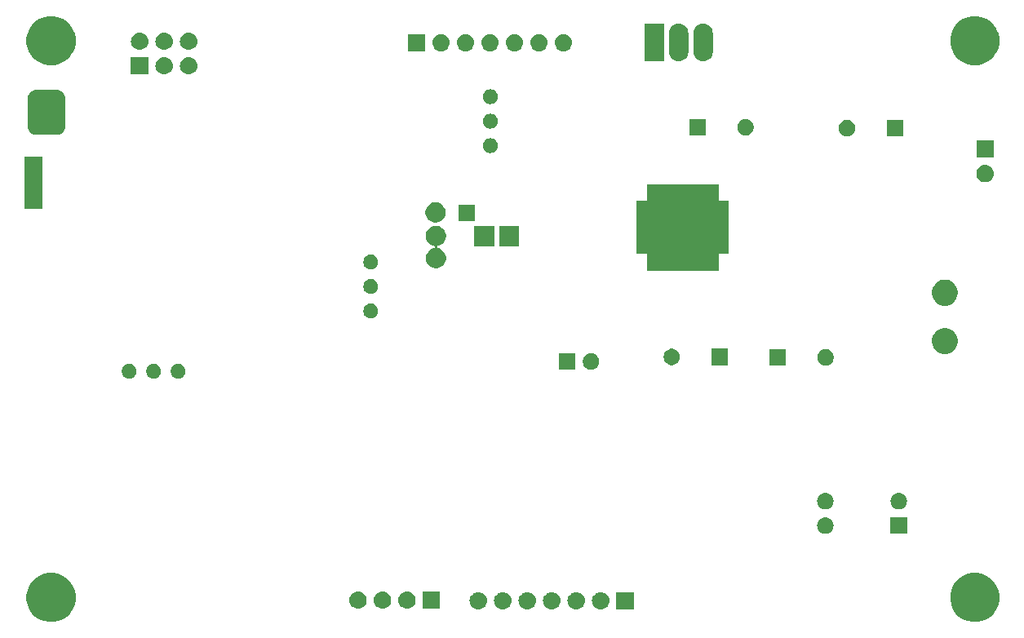
<source format=gbr>
%TF.GenerationSoftware,KiCad,Pcbnew,(5.1.4-0-10_14)*%
%TF.CreationDate,2019-11-24T21:13:54+02:00*%
%TF.ProjectId,READY,52454144-592e-46b6-9963-61645f706362,3.0*%
%TF.SameCoordinates,Original*%
%TF.FileFunction,Soldermask,Bot*%
%TF.FilePolarity,Negative*%
%FSLAX46Y46*%
G04 Gerber Fmt 4.6, Leading zero omitted, Abs format (unit mm)*
G04 Created by KiCad (PCBNEW (5.1.4-0-10_14)) date 2019-11-24 21:13:54*
%MOMM*%
%LPD*%
G04 APERTURE LIST*
%ADD10C,0.100000*%
%ADD11C,0.150000*%
G04 APERTURE END LIST*
D10*
G36*
X180111400Y-83286600D02*
G01*
X170611800Y-83261200D01*
X170599100Y-77863700D01*
X180111400Y-77825600D01*
X180111400Y-83286600D01*
G37*
X180111400Y-83286600D02*
X170611800Y-83261200D01*
X170599100Y-77863700D01*
X180111400Y-77825600D01*
X180111400Y-83286600D01*
G36*
X108864400Y-78638400D02*
G01*
X107137200Y-78638400D01*
X107137200Y-73253600D01*
X108864400Y-73253600D01*
X108864400Y-78638400D01*
G37*
X108864400Y-78638400D02*
X107137200Y-78638400D01*
X107137200Y-73253600D01*
X108864400Y-73253600D01*
X108864400Y-78638400D01*
G36*
X179082700Y-85039200D02*
G01*
X171691300Y-85039200D01*
X171691300Y-76174600D01*
X179082700Y-76174600D01*
X179082700Y-85039200D01*
G37*
X179082700Y-85039200D02*
X171691300Y-85039200D01*
X171691300Y-76174600D01*
X179082700Y-76174600D01*
X179082700Y-85039200D01*
D11*
G36*
X206451098Y-116586033D02*
G01*
X206915350Y-116778332D01*
X206915352Y-116778333D01*
X207333168Y-117057509D01*
X207688491Y-117412832D01*
X207967667Y-117830648D01*
X207967668Y-117830650D01*
X208159967Y-118294902D01*
X208258000Y-118787747D01*
X208258000Y-119290253D01*
X208159967Y-119783098D01*
X208011950Y-120140443D01*
X207967667Y-120247352D01*
X207688491Y-120665168D01*
X207333168Y-121020491D01*
X206915352Y-121299667D01*
X206915351Y-121299668D01*
X206915350Y-121299668D01*
X206451098Y-121491967D01*
X205958253Y-121590000D01*
X205455747Y-121590000D01*
X204962902Y-121491967D01*
X204498650Y-121299668D01*
X204498649Y-121299668D01*
X204498648Y-121299667D01*
X204080832Y-121020491D01*
X203725509Y-120665168D01*
X203446333Y-120247352D01*
X203402050Y-120140443D01*
X203254033Y-119783098D01*
X203156000Y-119290253D01*
X203156000Y-118787747D01*
X203254033Y-118294902D01*
X203446332Y-117830650D01*
X203446333Y-117830648D01*
X203725509Y-117412832D01*
X204080832Y-117057509D01*
X204498648Y-116778333D01*
X204498650Y-116778332D01*
X204962902Y-116586033D01*
X205455747Y-116488000D01*
X205958253Y-116488000D01*
X206451098Y-116586033D01*
X206451098Y-116586033D01*
G37*
G36*
X110599098Y-116586033D02*
G01*
X111063350Y-116778332D01*
X111063352Y-116778333D01*
X111481168Y-117057509D01*
X111836491Y-117412832D01*
X112115667Y-117830648D01*
X112115668Y-117830650D01*
X112307967Y-118294902D01*
X112406000Y-118787747D01*
X112406000Y-119290253D01*
X112307967Y-119783098D01*
X112159950Y-120140443D01*
X112115667Y-120247352D01*
X111836491Y-120665168D01*
X111481168Y-121020491D01*
X111063352Y-121299667D01*
X111063351Y-121299668D01*
X111063350Y-121299668D01*
X110599098Y-121491967D01*
X110106253Y-121590000D01*
X109603747Y-121590000D01*
X109110902Y-121491967D01*
X108646650Y-121299668D01*
X108646649Y-121299668D01*
X108646648Y-121299667D01*
X108228832Y-121020491D01*
X107873509Y-120665168D01*
X107594333Y-120247352D01*
X107550050Y-120140443D01*
X107402033Y-119783098D01*
X107304000Y-119290253D01*
X107304000Y-118787747D01*
X107402033Y-118294902D01*
X107594332Y-117830650D01*
X107594333Y-117830648D01*
X107873509Y-117412832D01*
X108228832Y-117057509D01*
X108646648Y-116778333D01*
X108646650Y-116778332D01*
X109110902Y-116586033D01*
X109603747Y-116488000D01*
X110106253Y-116488000D01*
X110599098Y-116586033D01*
X110599098Y-116586033D01*
G37*
G36*
X164448442Y-118485518D02*
G01*
X164514627Y-118492037D01*
X164684466Y-118543557D01*
X164840991Y-118627222D01*
X164876729Y-118656552D01*
X164978186Y-118739814D01*
X165028408Y-118801011D01*
X165090778Y-118877009D01*
X165174443Y-119033534D01*
X165225963Y-119203373D01*
X165243359Y-119380000D01*
X165225963Y-119556627D01*
X165174443Y-119726466D01*
X165090778Y-119882991D01*
X165061448Y-119918729D01*
X164978186Y-120020186D01*
X164876729Y-120103448D01*
X164840991Y-120132778D01*
X164684466Y-120216443D01*
X164514627Y-120267963D01*
X164448442Y-120274482D01*
X164382260Y-120281000D01*
X164293740Y-120281000D01*
X164227558Y-120274482D01*
X164161373Y-120267963D01*
X163991534Y-120216443D01*
X163835009Y-120132778D01*
X163799271Y-120103448D01*
X163697814Y-120020186D01*
X163614552Y-119918729D01*
X163585222Y-119882991D01*
X163501557Y-119726466D01*
X163450037Y-119556627D01*
X163432641Y-119380000D01*
X163450037Y-119203373D01*
X163501557Y-119033534D01*
X163585222Y-118877009D01*
X163647592Y-118801011D01*
X163697814Y-118739814D01*
X163799271Y-118656552D01*
X163835009Y-118627222D01*
X163991534Y-118543557D01*
X164161373Y-118492037D01*
X164227558Y-118485518D01*
X164293740Y-118479000D01*
X164382260Y-118479000D01*
X164448442Y-118485518D01*
X164448442Y-118485518D01*
G37*
G36*
X161908442Y-118485518D02*
G01*
X161974627Y-118492037D01*
X162144466Y-118543557D01*
X162300991Y-118627222D01*
X162336729Y-118656552D01*
X162438186Y-118739814D01*
X162488408Y-118801011D01*
X162550778Y-118877009D01*
X162634443Y-119033534D01*
X162685963Y-119203373D01*
X162703359Y-119380000D01*
X162685963Y-119556627D01*
X162634443Y-119726466D01*
X162550778Y-119882991D01*
X162521448Y-119918729D01*
X162438186Y-120020186D01*
X162336729Y-120103448D01*
X162300991Y-120132778D01*
X162144466Y-120216443D01*
X161974627Y-120267963D01*
X161908442Y-120274482D01*
X161842260Y-120281000D01*
X161753740Y-120281000D01*
X161687558Y-120274482D01*
X161621373Y-120267963D01*
X161451534Y-120216443D01*
X161295009Y-120132778D01*
X161259271Y-120103448D01*
X161157814Y-120020186D01*
X161074552Y-119918729D01*
X161045222Y-119882991D01*
X160961557Y-119726466D01*
X160910037Y-119556627D01*
X160892641Y-119380000D01*
X160910037Y-119203373D01*
X160961557Y-119033534D01*
X161045222Y-118877009D01*
X161107592Y-118801011D01*
X161157814Y-118739814D01*
X161259271Y-118656552D01*
X161295009Y-118627222D01*
X161451534Y-118543557D01*
X161621373Y-118492037D01*
X161687558Y-118485518D01*
X161753740Y-118479000D01*
X161842260Y-118479000D01*
X161908442Y-118485518D01*
X161908442Y-118485518D01*
G37*
G36*
X159368442Y-118485518D02*
G01*
X159434627Y-118492037D01*
X159604466Y-118543557D01*
X159760991Y-118627222D01*
X159796729Y-118656552D01*
X159898186Y-118739814D01*
X159948408Y-118801011D01*
X160010778Y-118877009D01*
X160094443Y-119033534D01*
X160145963Y-119203373D01*
X160163359Y-119380000D01*
X160145963Y-119556627D01*
X160094443Y-119726466D01*
X160010778Y-119882991D01*
X159981448Y-119918729D01*
X159898186Y-120020186D01*
X159796729Y-120103448D01*
X159760991Y-120132778D01*
X159604466Y-120216443D01*
X159434627Y-120267963D01*
X159368442Y-120274482D01*
X159302260Y-120281000D01*
X159213740Y-120281000D01*
X159147558Y-120274482D01*
X159081373Y-120267963D01*
X158911534Y-120216443D01*
X158755009Y-120132778D01*
X158719271Y-120103448D01*
X158617814Y-120020186D01*
X158534552Y-119918729D01*
X158505222Y-119882991D01*
X158421557Y-119726466D01*
X158370037Y-119556627D01*
X158352641Y-119380000D01*
X158370037Y-119203373D01*
X158421557Y-119033534D01*
X158505222Y-118877009D01*
X158567592Y-118801011D01*
X158617814Y-118739814D01*
X158719271Y-118656552D01*
X158755009Y-118627222D01*
X158911534Y-118543557D01*
X159081373Y-118492037D01*
X159147558Y-118485518D01*
X159213740Y-118479000D01*
X159302260Y-118479000D01*
X159368442Y-118485518D01*
X159368442Y-118485518D01*
G37*
G36*
X156828442Y-118485518D02*
G01*
X156894627Y-118492037D01*
X157064466Y-118543557D01*
X157220991Y-118627222D01*
X157256729Y-118656552D01*
X157358186Y-118739814D01*
X157408408Y-118801011D01*
X157470778Y-118877009D01*
X157554443Y-119033534D01*
X157605963Y-119203373D01*
X157623359Y-119380000D01*
X157605963Y-119556627D01*
X157554443Y-119726466D01*
X157470778Y-119882991D01*
X157441448Y-119918729D01*
X157358186Y-120020186D01*
X157256729Y-120103448D01*
X157220991Y-120132778D01*
X157064466Y-120216443D01*
X156894627Y-120267963D01*
X156828442Y-120274482D01*
X156762260Y-120281000D01*
X156673740Y-120281000D01*
X156607558Y-120274482D01*
X156541373Y-120267963D01*
X156371534Y-120216443D01*
X156215009Y-120132778D01*
X156179271Y-120103448D01*
X156077814Y-120020186D01*
X155994552Y-119918729D01*
X155965222Y-119882991D01*
X155881557Y-119726466D01*
X155830037Y-119556627D01*
X155812641Y-119380000D01*
X155830037Y-119203373D01*
X155881557Y-119033534D01*
X155965222Y-118877009D01*
X156027592Y-118801011D01*
X156077814Y-118739814D01*
X156179271Y-118656552D01*
X156215009Y-118627222D01*
X156371534Y-118543557D01*
X156541373Y-118492037D01*
X156607558Y-118485518D01*
X156673740Y-118479000D01*
X156762260Y-118479000D01*
X156828442Y-118485518D01*
X156828442Y-118485518D01*
G37*
G36*
X154288442Y-118485518D02*
G01*
X154354627Y-118492037D01*
X154524466Y-118543557D01*
X154680991Y-118627222D01*
X154716729Y-118656552D01*
X154818186Y-118739814D01*
X154868408Y-118801011D01*
X154930778Y-118877009D01*
X155014443Y-119033534D01*
X155065963Y-119203373D01*
X155083359Y-119380000D01*
X155065963Y-119556627D01*
X155014443Y-119726466D01*
X154930778Y-119882991D01*
X154901448Y-119918729D01*
X154818186Y-120020186D01*
X154716729Y-120103448D01*
X154680991Y-120132778D01*
X154524466Y-120216443D01*
X154354627Y-120267963D01*
X154288442Y-120274482D01*
X154222260Y-120281000D01*
X154133740Y-120281000D01*
X154067558Y-120274482D01*
X154001373Y-120267963D01*
X153831534Y-120216443D01*
X153675009Y-120132778D01*
X153639271Y-120103448D01*
X153537814Y-120020186D01*
X153454552Y-119918729D01*
X153425222Y-119882991D01*
X153341557Y-119726466D01*
X153290037Y-119556627D01*
X153272641Y-119380000D01*
X153290037Y-119203373D01*
X153341557Y-119033534D01*
X153425222Y-118877009D01*
X153487592Y-118801011D01*
X153537814Y-118739814D01*
X153639271Y-118656552D01*
X153675009Y-118627222D01*
X153831534Y-118543557D01*
X154001373Y-118492037D01*
X154067558Y-118485518D01*
X154133740Y-118479000D01*
X154222260Y-118479000D01*
X154288442Y-118485518D01*
X154288442Y-118485518D01*
G37*
G36*
X166988442Y-118485518D02*
G01*
X167054627Y-118492037D01*
X167224466Y-118543557D01*
X167380991Y-118627222D01*
X167416729Y-118656552D01*
X167518186Y-118739814D01*
X167568408Y-118801011D01*
X167630778Y-118877009D01*
X167714443Y-119033534D01*
X167765963Y-119203373D01*
X167783359Y-119380000D01*
X167765963Y-119556627D01*
X167714443Y-119726466D01*
X167630778Y-119882991D01*
X167601448Y-119918729D01*
X167518186Y-120020186D01*
X167416729Y-120103448D01*
X167380991Y-120132778D01*
X167224466Y-120216443D01*
X167054627Y-120267963D01*
X166988442Y-120274482D01*
X166922260Y-120281000D01*
X166833740Y-120281000D01*
X166767558Y-120274482D01*
X166701373Y-120267963D01*
X166531534Y-120216443D01*
X166375009Y-120132778D01*
X166339271Y-120103448D01*
X166237814Y-120020186D01*
X166154552Y-119918729D01*
X166125222Y-119882991D01*
X166041557Y-119726466D01*
X165990037Y-119556627D01*
X165972641Y-119380000D01*
X165990037Y-119203373D01*
X166041557Y-119033534D01*
X166125222Y-118877009D01*
X166187592Y-118801011D01*
X166237814Y-118739814D01*
X166339271Y-118656552D01*
X166375009Y-118627222D01*
X166531534Y-118543557D01*
X166701373Y-118492037D01*
X166767558Y-118485518D01*
X166833740Y-118479000D01*
X166922260Y-118479000D01*
X166988442Y-118485518D01*
X166988442Y-118485518D01*
G37*
G36*
X170319000Y-120281000D02*
G01*
X168517000Y-120281000D01*
X168517000Y-118479000D01*
X170319000Y-118479000D01*
X170319000Y-120281000D01*
X170319000Y-120281000D01*
G37*
G36*
X150215000Y-120205000D02*
G01*
X148413000Y-120205000D01*
X148413000Y-118403000D01*
X150215000Y-118403000D01*
X150215000Y-120205000D01*
X150215000Y-120205000D01*
G37*
G36*
X146884442Y-118409518D02*
G01*
X146950627Y-118416037D01*
X147120466Y-118467557D01*
X147276991Y-118551222D01*
X147312729Y-118580552D01*
X147414186Y-118663814D01*
X147476557Y-118739815D01*
X147526778Y-118801009D01*
X147610443Y-118957534D01*
X147661963Y-119127373D01*
X147679359Y-119304000D01*
X147661963Y-119480627D01*
X147610443Y-119650466D01*
X147526778Y-119806991D01*
X147497448Y-119842729D01*
X147414186Y-119944186D01*
X147321578Y-120020186D01*
X147276991Y-120056778D01*
X147120466Y-120140443D01*
X146950627Y-120191963D01*
X146884442Y-120198482D01*
X146818260Y-120205000D01*
X146729740Y-120205000D01*
X146663558Y-120198482D01*
X146597373Y-120191963D01*
X146427534Y-120140443D01*
X146271009Y-120056778D01*
X146226422Y-120020186D01*
X146133814Y-119944186D01*
X146050552Y-119842729D01*
X146021222Y-119806991D01*
X145937557Y-119650466D01*
X145886037Y-119480627D01*
X145868641Y-119304000D01*
X145886037Y-119127373D01*
X145937557Y-118957534D01*
X146021222Y-118801009D01*
X146071443Y-118739815D01*
X146133814Y-118663814D01*
X146235271Y-118580552D01*
X146271009Y-118551222D01*
X146427534Y-118467557D01*
X146597373Y-118416037D01*
X146663558Y-118409518D01*
X146729740Y-118403000D01*
X146818260Y-118403000D01*
X146884442Y-118409518D01*
X146884442Y-118409518D01*
G37*
G36*
X144344442Y-118409518D02*
G01*
X144410627Y-118416037D01*
X144580466Y-118467557D01*
X144736991Y-118551222D01*
X144772729Y-118580552D01*
X144874186Y-118663814D01*
X144936557Y-118739815D01*
X144986778Y-118801009D01*
X145070443Y-118957534D01*
X145121963Y-119127373D01*
X145139359Y-119304000D01*
X145121963Y-119480627D01*
X145070443Y-119650466D01*
X144986778Y-119806991D01*
X144957448Y-119842729D01*
X144874186Y-119944186D01*
X144781578Y-120020186D01*
X144736991Y-120056778D01*
X144580466Y-120140443D01*
X144410627Y-120191963D01*
X144344442Y-120198482D01*
X144278260Y-120205000D01*
X144189740Y-120205000D01*
X144123558Y-120198482D01*
X144057373Y-120191963D01*
X143887534Y-120140443D01*
X143731009Y-120056778D01*
X143686422Y-120020186D01*
X143593814Y-119944186D01*
X143510552Y-119842729D01*
X143481222Y-119806991D01*
X143397557Y-119650466D01*
X143346037Y-119480627D01*
X143328641Y-119304000D01*
X143346037Y-119127373D01*
X143397557Y-118957534D01*
X143481222Y-118801009D01*
X143531443Y-118739815D01*
X143593814Y-118663814D01*
X143695271Y-118580552D01*
X143731009Y-118551222D01*
X143887534Y-118467557D01*
X144057373Y-118416037D01*
X144123558Y-118409518D01*
X144189740Y-118403000D01*
X144278260Y-118403000D01*
X144344442Y-118409518D01*
X144344442Y-118409518D01*
G37*
G36*
X141804442Y-118409518D02*
G01*
X141870627Y-118416037D01*
X142040466Y-118467557D01*
X142196991Y-118551222D01*
X142232729Y-118580552D01*
X142334186Y-118663814D01*
X142396557Y-118739815D01*
X142446778Y-118801009D01*
X142530443Y-118957534D01*
X142581963Y-119127373D01*
X142599359Y-119304000D01*
X142581963Y-119480627D01*
X142530443Y-119650466D01*
X142446778Y-119806991D01*
X142417448Y-119842729D01*
X142334186Y-119944186D01*
X142241578Y-120020186D01*
X142196991Y-120056778D01*
X142040466Y-120140443D01*
X141870627Y-120191963D01*
X141804442Y-120198482D01*
X141738260Y-120205000D01*
X141649740Y-120205000D01*
X141583558Y-120198482D01*
X141517373Y-120191963D01*
X141347534Y-120140443D01*
X141191009Y-120056778D01*
X141146422Y-120020186D01*
X141053814Y-119944186D01*
X140970552Y-119842729D01*
X140941222Y-119806991D01*
X140857557Y-119650466D01*
X140806037Y-119480627D01*
X140788641Y-119304000D01*
X140806037Y-119127373D01*
X140857557Y-118957534D01*
X140941222Y-118801009D01*
X140991443Y-118739815D01*
X141053814Y-118663814D01*
X141155271Y-118580552D01*
X141191009Y-118551222D01*
X141347534Y-118467557D01*
X141517373Y-118416037D01*
X141583558Y-118409518D01*
X141649740Y-118403000D01*
X141738260Y-118403000D01*
X141804442Y-118409518D01*
X141804442Y-118409518D01*
G37*
G36*
X190361823Y-110743313D02*
G01*
X190522242Y-110791976D01*
X190654906Y-110862886D01*
X190670078Y-110870996D01*
X190799659Y-110977341D01*
X190906004Y-111106922D01*
X190906005Y-111106924D01*
X190985024Y-111254758D01*
X191033687Y-111415177D01*
X191050117Y-111582000D01*
X191033687Y-111748823D01*
X190985024Y-111909242D01*
X190914114Y-112041906D01*
X190906004Y-112057078D01*
X190799659Y-112186659D01*
X190670078Y-112293004D01*
X190670076Y-112293005D01*
X190522242Y-112372024D01*
X190361823Y-112420687D01*
X190236804Y-112433000D01*
X190153196Y-112433000D01*
X190028177Y-112420687D01*
X189867758Y-112372024D01*
X189719924Y-112293005D01*
X189719922Y-112293004D01*
X189590341Y-112186659D01*
X189483996Y-112057078D01*
X189475886Y-112041906D01*
X189404976Y-111909242D01*
X189356313Y-111748823D01*
X189339883Y-111582000D01*
X189356313Y-111415177D01*
X189404976Y-111254758D01*
X189483995Y-111106924D01*
X189483996Y-111106922D01*
X189590341Y-110977341D01*
X189719922Y-110870996D01*
X189735094Y-110862886D01*
X189867758Y-110791976D01*
X190028177Y-110743313D01*
X190153196Y-110731000D01*
X190236804Y-110731000D01*
X190361823Y-110743313D01*
X190361823Y-110743313D01*
G37*
G36*
X198666000Y-112433000D02*
G01*
X196964000Y-112433000D01*
X196964000Y-110731000D01*
X198666000Y-110731000D01*
X198666000Y-112433000D01*
X198666000Y-112433000D01*
G37*
G36*
X197981823Y-108203313D02*
G01*
X198142242Y-108251976D01*
X198274906Y-108322886D01*
X198290078Y-108330996D01*
X198419659Y-108437341D01*
X198526004Y-108566922D01*
X198526005Y-108566924D01*
X198605024Y-108714758D01*
X198653687Y-108875177D01*
X198670117Y-109042000D01*
X198653687Y-109208823D01*
X198605024Y-109369242D01*
X198534114Y-109501906D01*
X198526004Y-109517078D01*
X198419659Y-109646659D01*
X198290078Y-109753004D01*
X198290076Y-109753005D01*
X198142242Y-109832024D01*
X197981823Y-109880687D01*
X197856804Y-109893000D01*
X197773196Y-109893000D01*
X197648177Y-109880687D01*
X197487758Y-109832024D01*
X197339924Y-109753005D01*
X197339922Y-109753004D01*
X197210341Y-109646659D01*
X197103996Y-109517078D01*
X197095886Y-109501906D01*
X197024976Y-109369242D01*
X196976313Y-109208823D01*
X196959883Y-109042000D01*
X196976313Y-108875177D01*
X197024976Y-108714758D01*
X197103995Y-108566924D01*
X197103996Y-108566922D01*
X197210341Y-108437341D01*
X197339922Y-108330996D01*
X197355094Y-108322886D01*
X197487758Y-108251976D01*
X197648177Y-108203313D01*
X197773196Y-108191000D01*
X197856804Y-108191000D01*
X197981823Y-108203313D01*
X197981823Y-108203313D01*
G37*
G36*
X190361823Y-108203313D02*
G01*
X190522242Y-108251976D01*
X190654906Y-108322886D01*
X190670078Y-108330996D01*
X190799659Y-108437341D01*
X190906004Y-108566922D01*
X190906005Y-108566924D01*
X190985024Y-108714758D01*
X191033687Y-108875177D01*
X191050117Y-109042000D01*
X191033687Y-109208823D01*
X190985024Y-109369242D01*
X190914114Y-109501906D01*
X190906004Y-109517078D01*
X190799659Y-109646659D01*
X190670078Y-109753004D01*
X190670076Y-109753005D01*
X190522242Y-109832024D01*
X190361823Y-109880687D01*
X190236804Y-109893000D01*
X190153196Y-109893000D01*
X190028177Y-109880687D01*
X189867758Y-109832024D01*
X189719924Y-109753005D01*
X189719922Y-109753004D01*
X189590341Y-109646659D01*
X189483996Y-109517078D01*
X189475886Y-109501906D01*
X189404976Y-109369242D01*
X189356313Y-109208823D01*
X189339883Y-109042000D01*
X189356313Y-108875177D01*
X189404976Y-108714758D01*
X189483995Y-108566924D01*
X189483996Y-108566922D01*
X189590341Y-108437341D01*
X189719922Y-108330996D01*
X189735094Y-108322886D01*
X189867758Y-108251976D01*
X190028177Y-108203313D01*
X190153196Y-108191000D01*
X190236804Y-108191000D01*
X190361823Y-108203313D01*
X190361823Y-108203313D01*
G37*
G36*
X123163589Y-94793676D02*
G01*
X123262893Y-94813429D01*
X123403206Y-94871548D01*
X123529484Y-94955925D01*
X123636875Y-95063316D01*
X123721252Y-95189594D01*
X123779371Y-95329907D01*
X123809000Y-95478863D01*
X123809000Y-95630737D01*
X123779371Y-95779693D01*
X123721252Y-95920006D01*
X123636875Y-96046284D01*
X123529484Y-96153675D01*
X123403206Y-96238052D01*
X123262893Y-96296171D01*
X123163589Y-96315924D01*
X123113938Y-96325800D01*
X122962062Y-96325800D01*
X122912411Y-96315924D01*
X122813107Y-96296171D01*
X122672794Y-96238052D01*
X122546516Y-96153675D01*
X122439125Y-96046284D01*
X122354748Y-95920006D01*
X122296629Y-95779693D01*
X122267000Y-95630737D01*
X122267000Y-95478863D01*
X122296629Y-95329907D01*
X122354748Y-95189594D01*
X122439125Y-95063316D01*
X122546516Y-94955925D01*
X122672794Y-94871548D01*
X122813107Y-94813429D01*
X122912411Y-94793676D01*
X122962062Y-94783800D01*
X123113938Y-94783800D01*
X123163589Y-94793676D01*
X123163589Y-94793676D01*
G37*
G36*
X120623589Y-94793676D02*
G01*
X120722893Y-94813429D01*
X120863206Y-94871548D01*
X120989484Y-94955925D01*
X121096875Y-95063316D01*
X121181252Y-95189594D01*
X121239371Y-95329907D01*
X121269000Y-95478863D01*
X121269000Y-95630737D01*
X121239371Y-95779693D01*
X121181252Y-95920006D01*
X121096875Y-96046284D01*
X120989484Y-96153675D01*
X120863206Y-96238052D01*
X120722893Y-96296171D01*
X120623589Y-96315924D01*
X120573938Y-96325800D01*
X120422062Y-96325800D01*
X120372411Y-96315924D01*
X120273107Y-96296171D01*
X120132794Y-96238052D01*
X120006516Y-96153675D01*
X119899125Y-96046284D01*
X119814748Y-95920006D01*
X119756629Y-95779693D01*
X119727000Y-95630737D01*
X119727000Y-95478863D01*
X119756629Y-95329907D01*
X119814748Y-95189594D01*
X119899125Y-95063316D01*
X120006516Y-94955925D01*
X120132794Y-94871548D01*
X120273107Y-94813429D01*
X120372411Y-94793676D01*
X120422062Y-94783800D01*
X120573938Y-94783800D01*
X120623589Y-94793676D01*
X120623589Y-94793676D01*
G37*
G36*
X118083589Y-94793676D02*
G01*
X118182893Y-94813429D01*
X118323206Y-94871548D01*
X118449484Y-94955925D01*
X118556875Y-95063316D01*
X118641252Y-95189594D01*
X118699371Y-95329907D01*
X118729000Y-95478863D01*
X118729000Y-95630737D01*
X118699371Y-95779693D01*
X118641252Y-95920006D01*
X118556875Y-96046284D01*
X118449484Y-96153675D01*
X118323206Y-96238052D01*
X118182893Y-96296171D01*
X118083589Y-96315924D01*
X118033938Y-96325800D01*
X117882062Y-96325800D01*
X117832411Y-96315924D01*
X117733107Y-96296171D01*
X117592794Y-96238052D01*
X117466516Y-96153675D01*
X117359125Y-96046284D01*
X117274748Y-95920006D01*
X117216629Y-95779693D01*
X117187000Y-95630737D01*
X117187000Y-95478863D01*
X117216629Y-95329907D01*
X117274748Y-95189594D01*
X117359125Y-95063316D01*
X117466516Y-94955925D01*
X117592794Y-94871548D01*
X117733107Y-94813429D01*
X117832411Y-94793676D01*
X117882062Y-94783800D01*
X118033938Y-94783800D01*
X118083589Y-94793676D01*
X118083589Y-94793676D01*
G37*
G36*
X164239000Y-95400000D02*
G01*
X162537000Y-95400000D01*
X162537000Y-93698000D01*
X164239000Y-93698000D01*
X164239000Y-95400000D01*
X164239000Y-95400000D01*
G37*
G36*
X166136228Y-93730703D02*
G01*
X166291100Y-93794853D01*
X166430481Y-93887985D01*
X166549015Y-94006519D01*
X166642147Y-94145900D01*
X166706297Y-94300772D01*
X166739000Y-94465184D01*
X166739000Y-94632816D01*
X166706297Y-94797228D01*
X166642147Y-94952100D01*
X166549015Y-95091481D01*
X166430481Y-95210015D01*
X166291100Y-95303147D01*
X166136228Y-95367297D01*
X165971816Y-95400000D01*
X165804184Y-95400000D01*
X165639772Y-95367297D01*
X165484900Y-95303147D01*
X165345519Y-95210015D01*
X165226985Y-95091481D01*
X165133853Y-94952100D01*
X165069703Y-94797228D01*
X165037000Y-94632816D01*
X165037000Y-94465184D01*
X165069703Y-94300772D01*
X165133853Y-94145900D01*
X165226985Y-94006519D01*
X165345519Y-93887985D01*
X165484900Y-93794853D01*
X165639772Y-93730703D01*
X165804184Y-93698000D01*
X165971816Y-93698000D01*
X166136228Y-93730703D01*
X166136228Y-93730703D01*
G37*
G36*
X186075000Y-94968200D02*
G01*
X184373000Y-94968200D01*
X184373000Y-93266200D01*
X186075000Y-93266200D01*
X186075000Y-94968200D01*
X186075000Y-94968200D01*
G37*
G36*
X190472228Y-93298903D02*
G01*
X190627100Y-93363053D01*
X190766481Y-93456185D01*
X190885015Y-93574719D01*
X190978147Y-93714100D01*
X191042297Y-93868972D01*
X191075000Y-94033384D01*
X191075000Y-94201016D01*
X191042297Y-94365428D01*
X190978147Y-94520300D01*
X190885015Y-94659681D01*
X190766481Y-94778215D01*
X190627100Y-94871347D01*
X190472228Y-94935497D01*
X190307816Y-94968200D01*
X190140184Y-94968200D01*
X189975772Y-94935497D01*
X189820900Y-94871347D01*
X189681519Y-94778215D01*
X189562985Y-94659681D01*
X189469853Y-94520300D01*
X189405703Y-94365428D01*
X189373000Y-94201016D01*
X189373000Y-94033384D01*
X189405703Y-93868972D01*
X189469853Y-93714100D01*
X189562985Y-93574719D01*
X189681519Y-93456185D01*
X189820900Y-93363053D01*
X189975772Y-93298903D01*
X190140184Y-93266200D01*
X190307816Y-93266200D01*
X190472228Y-93298903D01*
X190472228Y-93298903D01*
G37*
G36*
X174508228Y-93253103D02*
G01*
X174663100Y-93317253D01*
X174802481Y-93410385D01*
X174921015Y-93528919D01*
X175014147Y-93668300D01*
X175078297Y-93823172D01*
X175111000Y-93987584D01*
X175111000Y-94155216D01*
X175078297Y-94319628D01*
X175014147Y-94474500D01*
X174921015Y-94613881D01*
X174802481Y-94732415D01*
X174663100Y-94825547D01*
X174508228Y-94889697D01*
X174343816Y-94922400D01*
X174176184Y-94922400D01*
X174011772Y-94889697D01*
X173856900Y-94825547D01*
X173717519Y-94732415D01*
X173598985Y-94613881D01*
X173505853Y-94474500D01*
X173441703Y-94319628D01*
X173409000Y-94155216D01*
X173409000Y-93987584D01*
X173441703Y-93823172D01*
X173505853Y-93668300D01*
X173598985Y-93528919D01*
X173717519Y-93410385D01*
X173856900Y-93317253D01*
X174011772Y-93253103D01*
X174176184Y-93220400D01*
X174343816Y-93220400D01*
X174508228Y-93253103D01*
X174508228Y-93253103D01*
G37*
G36*
X180111000Y-94922400D02*
G01*
X178409000Y-94922400D01*
X178409000Y-93220400D01*
X180111000Y-93220400D01*
X180111000Y-94922400D01*
X180111000Y-94922400D01*
G37*
G36*
X202995072Y-91112518D02*
G01*
X203240939Y-91214359D01*
X203352328Y-91288787D01*
X203462211Y-91362209D01*
X203650391Y-91550389D01*
X203798242Y-91771663D01*
X203900082Y-92017528D01*
X203952000Y-92278537D01*
X203952000Y-92544663D01*
X203900082Y-92805672D01*
X203798242Y-93051537D01*
X203663560Y-93253103D01*
X203650390Y-93272812D01*
X203462212Y-93460990D01*
X203240939Y-93608841D01*
X203240938Y-93608842D01*
X203240937Y-93608842D01*
X202995072Y-93710682D01*
X202734063Y-93762600D01*
X202467937Y-93762600D01*
X202206928Y-93710682D01*
X201961063Y-93608842D01*
X201961062Y-93608842D01*
X201961061Y-93608841D01*
X201739788Y-93460990D01*
X201551610Y-93272812D01*
X201538441Y-93253103D01*
X201403758Y-93051537D01*
X201301918Y-92805672D01*
X201250000Y-92544663D01*
X201250000Y-92278537D01*
X201301918Y-92017528D01*
X201403758Y-91771663D01*
X201551609Y-91550389D01*
X201739789Y-91362209D01*
X201849672Y-91288787D01*
X201961061Y-91214359D01*
X202206928Y-91112518D01*
X202467937Y-91060600D01*
X202734063Y-91060600D01*
X202995072Y-91112518D01*
X202995072Y-91112518D01*
G37*
G36*
X143152589Y-88545276D02*
G01*
X143251893Y-88565029D01*
X143392206Y-88623148D01*
X143518484Y-88707525D01*
X143625875Y-88814916D01*
X143710252Y-88941194D01*
X143768371Y-89081507D01*
X143798000Y-89230463D01*
X143798000Y-89382337D01*
X143768371Y-89531293D01*
X143710252Y-89671606D01*
X143625875Y-89797884D01*
X143518484Y-89905275D01*
X143392206Y-89989652D01*
X143251893Y-90047771D01*
X143152589Y-90067524D01*
X143102938Y-90077400D01*
X142951062Y-90077400D01*
X142901411Y-90067524D01*
X142802107Y-90047771D01*
X142661794Y-89989652D01*
X142535516Y-89905275D01*
X142428125Y-89797884D01*
X142343748Y-89671606D01*
X142285629Y-89531293D01*
X142256000Y-89382337D01*
X142256000Y-89230463D01*
X142285629Y-89081507D01*
X142343748Y-88941194D01*
X142428125Y-88814916D01*
X142535516Y-88707525D01*
X142661794Y-88623148D01*
X142802107Y-88565029D01*
X142901411Y-88545276D01*
X142951062Y-88535400D01*
X143102938Y-88535400D01*
X143152589Y-88545276D01*
X143152589Y-88545276D01*
G37*
G36*
X202847419Y-86083148D02*
G01*
X202995072Y-86112518D01*
X203240939Y-86214359D01*
X203331568Y-86274916D01*
X203462211Y-86362209D01*
X203650391Y-86550389D01*
X203798242Y-86771663D01*
X203900082Y-87017528D01*
X203947892Y-87257883D01*
X203952000Y-87278538D01*
X203952000Y-87544662D01*
X203900082Y-87805672D01*
X203798241Y-88051539D01*
X203650390Y-88272812D01*
X203462212Y-88460990D01*
X203240939Y-88608841D01*
X203240938Y-88608842D01*
X203240937Y-88608842D01*
X202995072Y-88710682D01*
X202734063Y-88762600D01*
X202467937Y-88762600D01*
X202206928Y-88710682D01*
X201961063Y-88608842D01*
X201961062Y-88608842D01*
X201961061Y-88608841D01*
X201739788Y-88460990D01*
X201551610Y-88272812D01*
X201403759Y-88051539D01*
X201301918Y-87805672D01*
X201250000Y-87544662D01*
X201250000Y-87278538D01*
X201254109Y-87257883D01*
X201301918Y-87017528D01*
X201403758Y-86771663D01*
X201551609Y-86550389D01*
X201739789Y-86362209D01*
X201870432Y-86274916D01*
X201961061Y-86214359D01*
X202206928Y-86112518D01*
X202354581Y-86083148D01*
X202467937Y-86060600D01*
X202734063Y-86060600D01*
X202847419Y-86083148D01*
X202847419Y-86083148D01*
G37*
G36*
X143152589Y-86005276D02*
G01*
X143251893Y-86025029D01*
X143392206Y-86083148D01*
X143518484Y-86167525D01*
X143625875Y-86274916D01*
X143710252Y-86401194D01*
X143768371Y-86541507D01*
X143798000Y-86690463D01*
X143798000Y-86842337D01*
X143768371Y-86991293D01*
X143710252Y-87131606D01*
X143625875Y-87257884D01*
X143518484Y-87365275D01*
X143392206Y-87449652D01*
X143251893Y-87507771D01*
X143152589Y-87527524D01*
X143102938Y-87537400D01*
X142951062Y-87537400D01*
X142901411Y-87527524D01*
X142802107Y-87507771D01*
X142661794Y-87449652D01*
X142535516Y-87365275D01*
X142428125Y-87257884D01*
X142343748Y-87131606D01*
X142285629Y-86991293D01*
X142256000Y-86842337D01*
X142256000Y-86690463D01*
X142285629Y-86541507D01*
X142343748Y-86401194D01*
X142428125Y-86274916D01*
X142535516Y-86167525D01*
X142661794Y-86083148D01*
X142802107Y-86025029D01*
X142901411Y-86005276D01*
X142951062Y-85995400D01*
X143102938Y-85995400D01*
X143152589Y-86005276D01*
X143152589Y-86005276D01*
G37*
G36*
X143152589Y-83465276D02*
G01*
X143251893Y-83485029D01*
X143392206Y-83543148D01*
X143518484Y-83627525D01*
X143625875Y-83734916D01*
X143710252Y-83861194D01*
X143768371Y-84001507D01*
X143798000Y-84150463D01*
X143798000Y-84302337D01*
X143768371Y-84451293D01*
X143710252Y-84591606D01*
X143625875Y-84717884D01*
X143518484Y-84825275D01*
X143392206Y-84909652D01*
X143251893Y-84967771D01*
X143152589Y-84987524D01*
X143102938Y-84997400D01*
X142951062Y-84997400D01*
X142901411Y-84987524D01*
X142802107Y-84967771D01*
X142661794Y-84909652D01*
X142535516Y-84825275D01*
X142428125Y-84717884D01*
X142343748Y-84591606D01*
X142285629Y-84451293D01*
X142256000Y-84302337D01*
X142256000Y-84150463D01*
X142285629Y-84001507D01*
X142343748Y-83861194D01*
X142428125Y-83734916D01*
X142535516Y-83627525D01*
X142661794Y-83543148D01*
X142802107Y-83485029D01*
X142901411Y-83465276D01*
X142951062Y-83455400D01*
X143102938Y-83455400D01*
X143152589Y-83465276D01*
X143152589Y-83465276D01*
G37*
G36*
X150086764Y-80509389D02*
G01*
X150278033Y-80588615D01*
X150278035Y-80588616D01*
X150450173Y-80703635D01*
X150596565Y-80850027D01*
X150711585Y-81022167D01*
X150790811Y-81213436D01*
X150831200Y-81416484D01*
X150831200Y-81623516D01*
X150790811Y-81826564D01*
X150711585Y-82017833D01*
X150711584Y-82017835D01*
X150596565Y-82189973D01*
X150450173Y-82336365D01*
X150278035Y-82451384D01*
X150278034Y-82451385D01*
X150278033Y-82451385D01*
X150086765Y-82530611D01*
X149993868Y-82549089D01*
X149970419Y-82556202D01*
X149948808Y-82567753D01*
X149929867Y-82583298D01*
X149914321Y-82602240D01*
X149902770Y-82623851D01*
X149895657Y-82647300D01*
X149893255Y-82671686D01*
X149895657Y-82696072D01*
X149902770Y-82719521D01*
X149914321Y-82741132D01*
X149929866Y-82760073D01*
X149948808Y-82775619D01*
X149970419Y-82787170D01*
X149993867Y-82794283D01*
X150086897Y-82812788D01*
X150278165Y-82892014D01*
X150278167Y-82892015D01*
X150450305Y-83007034D01*
X150596697Y-83153426D01*
X150711717Y-83325566D01*
X150790943Y-83516835D01*
X150831332Y-83719883D01*
X150831332Y-83926915D01*
X150790943Y-84129963D01*
X150719543Y-84302338D01*
X150711716Y-84321234D01*
X150596697Y-84493372D01*
X150450305Y-84639764D01*
X150278167Y-84754783D01*
X150278166Y-84754784D01*
X150278165Y-84754784D01*
X150086896Y-84834010D01*
X149883848Y-84874399D01*
X149676816Y-84874399D01*
X149473768Y-84834010D01*
X149282499Y-84754784D01*
X149282498Y-84754784D01*
X149282497Y-84754783D01*
X149110359Y-84639764D01*
X148963967Y-84493372D01*
X148848948Y-84321234D01*
X148841121Y-84302338D01*
X148769721Y-84129963D01*
X148729332Y-83926915D01*
X148729332Y-83719883D01*
X148769721Y-83516835D01*
X148848947Y-83325566D01*
X148963967Y-83153426D01*
X149110359Y-83007034D01*
X149282497Y-82892015D01*
X149282499Y-82892014D01*
X149473767Y-82812788D01*
X149566664Y-82794310D01*
X149590113Y-82787197D01*
X149611724Y-82775646D01*
X149630665Y-82760101D01*
X149646211Y-82741159D01*
X149657762Y-82719548D01*
X149664875Y-82696099D01*
X149667277Y-82671713D01*
X149664875Y-82647327D01*
X149657762Y-82623878D01*
X149646211Y-82602267D01*
X149630666Y-82583326D01*
X149611724Y-82567780D01*
X149590113Y-82556229D01*
X149566665Y-82549116D01*
X149473635Y-82530611D01*
X149282367Y-82451385D01*
X149282366Y-82451385D01*
X149282365Y-82451384D01*
X149110227Y-82336365D01*
X148963835Y-82189973D01*
X148848816Y-82017835D01*
X148848815Y-82017833D01*
X148769589Y-81826564D01*
X148729200Y-81623516D01*
X148729200Y-81416484D01*
X148769589Y-81213436D01*
X148848815Y-81022167D01*
X148963835Y-80850027D01*
X149110227Y-80703635D01*
X149282365Y-80588616D01*
X149282367Y-80588615D01*
X149473636Y-80509389D01*
X149676684Y-80469000D01*
X149883716Y-80469000D01*
X150086764Y-80509389D01*
X150086764Y-80509389D01*
G37*
G36*
X178938000Y-83621400D02*
G01*
X172436000Y-83621400D01*
X172436000Y-77719400D01*
X178938000Y-77719400D01*
X178938000Y-83621400D01*
X178938000Y-83621400D01*
G37*
G36*
X155838000Y-82572700D02*
G01*
X153736000Y-82572700D01*
X153736000Y-80470700D01*
X155838000Y-80470700D01*
X155838000Y-82572700D01*
X155838000Y-82572700D01*
G37*
G36*
X158435000Y-82572300D02*
G01*
X156333000Y-82572300D01*
X156333000Y-80470300D01*
X158435000Y-80470300D01*
X158435000Y-82572300D01*
X158435000Y-82572300D01*
G37*
G36*
X150061364Y-78070989D02*
G01*
X150252633Y-78150215D01*
X150252635Y-78150216D01*
X150424773Y-78265235D01*
X150571165Y-78411627D01*
X150686185Y-78583767D01*
X150765411Y-78775036D01*
X150805800Y-78978084D01*
X150805800Y-79185116D01*
X150765411Y-79388164D01*
X150686185Y-79579433D01*
X150686184Y-79579435D01*
X150571165Y-79751573D01*
X150424773Y-79897965D01*
X150252635Y-80012984D01*
X150252634Y-80012985D01*
X150252633Y-80012985D01*
X150061364Y-80092211D01*
X149858316Y-80132600D01*
X149651284Y-80132600D01*
X149448236Y-80092211D01*
X149256967Y-80012985D01*
X149256966Y-80012985D01*
X149256965Y-80012984D01*
X149084827Y-79897965D01*
X148938435Y-79751573D01*
X148823416Y-79579435D01*
X148823415Y-79579433D01*
X148744189Y-79388164D01*
X148703800Y-79185116D01*
X148703800Y-78978084D01*
X148744189Y-78775036D01*
X148823415Y-78583767D01*
X148938435Y-78411627D01*
X149084827Y-78265235D01*
X149256965Y-78150216D01*
X149256967Y-78150215D01*
X149448236Y-78070989D01*
X149651284Y-78030600D01*
X149858316Y-78030600D01*
X150061364Y-78070989D01*
X150061364Y-78070989D01*
G37*
G36*
X153810000Y-79946600D02*
G01*
X152108000Y-79946600D01*
X152108000Y-78244600D01*
X153810000Y-78244600D01*
X153810000Y-79946600D01*
X153810000Y-79946600D01*
G37*
G36*
X206879442Y-74149818D02*
G01*
X206945627Y-74156337D01*
X207115466Y-74207857D01*
X207271991Y-74291522D01*
X207307729Y-74320852D01*
X207409186Y-74404114D01*
X207492448Y-74505571D01*
X207521778Y-74541309D01*
X207605443Y-74697834D01*
X207656963Y-74867673D01*
X207674359Y-75044300D01*
X207656963Y-75220927D01*
X207605443Y-75390766D01*
X207521778Y-75547291D01*
X207492448Y-75583029D01*
X207409186Y-75684486D01*
X207307729Y-75767748D01*
X207271991Y-75797078D01*
X207115466Y-75880743D01*
X206945627Y-75932263D01*
X206879443Y-75938781D01*
X206813260Y-75945300D01*
X206724740Y-75945300D01*
X206658557Y-75938781D01*
X206592373Y-75932263D01*
X206422534Y-75880743D01*
X206266009Y-75797078D01*
X206230271Y-75767748D01*
X206128814Y-75684486D01*
X206045552Y-75583029D01*
X206016222Y-75547291D01*
X205932557Y-75390766D01*
X205881037Y-75220927D01*
X205863641Y-75044300D01*
X205881037Y-74867673D01*
X205932557Y-74697834D01*
X206016222Y-74541309D01*
X206045552Y-74505571D01*
X206128814Y-74404114D01*
X206230271Y-74320852D01*
X206266009Y-74291522D01*
X206422534Y-74207857D01*
X206592373Y-74156337D01*
X206658558Y-74149818D01*
X206724740Y-74143300D01*
X206813260Y-74143300D01*
X206879442Y-74149818D01*
X206879442Y-74149818D01*
G37*
G36*
X207670000Y-73405300D02*
G01*
X205868000Y-73405300D01*
X205868000Y-71603300D01*
X207670000Y-71603300D01*
X207670000Y-73405300D01*
X207670000Y-73405300D01*
G37*
G36*
X155558589Y-71385076D02*
G01*
X155657893Y-71404829D01*
X155798206Y-71462948D01*
X155924484Y-71547325D01*
X156031875Y-71654716D01*
X156116252Y-71780994D01*
X156174371Y-71921307D01*
X156204000Y-72070263D01*
X156204000Y-72222137D01*
X156174371Y-72371093D01*
X156116252Y-72511406D01*
X156031875Y-72637684D01*
X155924484Y-72745075D01*
X155798206Y-72829452D01*
X155657893Y-72887571D01*
X155558589Y-72907324D01*
X155508938Y-72917200D01*
X155357062Y-72917200D01*
X155307411Y-72907324D01*
X155208107Y-72887571D01*
X155067794Y-72829452D01*
X154941516Y-72745075D01*
X154834125Y-72637684D01*
X154749748Y-72511406D01*
X154691629Y-72371093D01*
X154662000Y-72222137D01*
X154662000Y-72070263D01*
X154691629Y-71921307D01*
X154749748Y-71780994D01*
X154834125Y-71654716D01*
X154941516Y-71547325D01*
X155067794Y-71462948D01*
X155208107Y-71404829D01*
X155307411Y-71385076D01*
X155357062Y-71375200D01*
X155508938Y-71375200D01*
X155558589Y-71385076D01*
X155558589Y-71385076D01*
G37*
G36*
X198285000Y-71170900D02*
G01*
X196583000Y-71170900D01*
X196583000Y-69468900D01*
X198285000Y-69468900D01*
X198285000Y-71170900D01*
X198285000Y-71170900D01*
G37*
G36*
X192682228Y-69501603D02*
G01*
X192837100Y-69565753D01*
X192976481Y-69658885D01*
X193095015Y-69777419D01*
X193188147Y-69916800D01*
X193252297Y-70071672D01*
X193285000Y-70236084D01*
X193285000Y-70403716D01*
X193252297Y-70568128D01*
X193188147Y-70723000D01*
X193095015Y-70862381D01*
X192976481Y-70980915D01*
X192837100Y-71074047D01*
X192682228Y-71138197D01*
X192517816Y-71170900D01*
X192350184Y-71170900D01*
X192185772Y-71138197D01*
X192030900Y-71074047D01*
X191891519Y-70980915D01*
X191772985Y-70862381D01*
X191679853Y-70723000D01*
X191615703Y-70568128D01*
X191583000Y-70403716D01*
X191583000Y-70236084D01*
X191615703Y-70071672D01*
X191679853Y-69916800D01*
X191772985Y-69777419D01*
X191891519Y-69658885D01*
X192030900Y-69565753D01*
X192185772Y-69501603D01*
X192350184Y-69468900D01*
X192517816Y-69468900D01*
X192682228Y-69501603D01*
X192682228Y-69501603D01*
G37*
G36*
X177762000Y-71094700D02*
G01*
X176060000Y-71094700D01*
X176060000Y-69392700D01*
X177762000Y-69392700D01*
X177762000Y-71094700D01*
X177762000Y-71094700D01*
G37*
G36*
X182159228Y-69425403D02*
G01*
X182314100Y-69489553D01*
X182453481Y-69582685D01*
X182572015Y-69701219D01*
X182665147Y-69840600D01*
X182729297Y-69995472D01*
X182762000Y-70159884D01*
X182762000Y-70327516D01*
X182729297Y-70491928D01*
X182665147Y-70646800D01*
X182572015Y-70786181D01*
X182453481Y-70904715D01*
X182314100Y-70997847D01*
X182159228Y-71061997D01*
X181994816Y-71094700D01*
X181827184Y-71094700D01*
X181662772Y-71061997D01*
X181507900Y-70997847D01*
X181368519Y-70904715D01*
X181249985Y-70786181D01*
X181156853Y-70646800D01*
X181092703Y-70491928D01*
X181060000Y-70327516D01*
X181060000Y-70159884D01*
X181092703Y-69995472D01*
X181156853Y-69840600D01*
X181249985Y-69701219D01*
X181368519Y-69582685D01*
X181507900Y-69489553D01*
X181662772Y-69425403D01*
X181827184Y-69392700D01*
X181994816Y-69392700D01*
X182159228Y-69425403D01*
X182159228Y-69425403D01*
G37*
G36*
X110587998Y-66348736D02*
G01*
X110759161Y-66400658D01*
X110916899Y-66484970D01*
X111055161Y-66598439D01*
X111168630Y-66736701D01*
X111252942Y-66894439D01*
X111304864Y-67065602D01*
X111323000Y-67249740D01*
X111323000Y-70113460D01*
X111304864Y-70297598D01*
X111252942Y-70468761D01*
X111168630Y-70626499D01*
X111055161Y-70764761D01*
X110916899Y-70878230D01*
X110759161Y-70962542D01*
X110587998Y-71014464D01*
X110403860Y-71032600D01*
X108340140Y-71032600D01*
X108156002Y-71014464D01*
X107984839Y-70962542D01*
X107827101Y-70878230D01*
X107688839Y-70764761D01*
X107575370Y-70626499D01*
X107491058Y-70468761D01*
X107439136Y-70297598D01*
X107421000Y-70113460D01*
X107421000Y-67249740D01*
X107439136Y-67065602D01*
X107491058Y-66894439D01*
X107575370Y-66736701D01*
X107688839Y-66598439D01*
X107827101Y-66484970D01*
X107984839Y-66400658D01*
X108156002Y-66348736D01*
X108340140Y-66330600D01*
X110403860Y-66330600D01*
X110587998Y-66348736D01*
X110587998Y-66348736D01*
G37*
G36*
X155558589Y-68845076D02*
G01*
X155657893Y-68864829D01*
X155798206Y-68922948D01*
X155924484Y-69007325D01*
X156031875Y-69114716D01*
X156116252Y-69240994D01*
X156174371Y-69381307D01*
X156191794Y-69468900D01*
X156204000Y-69530262D01*
X156204000Y-69682138D01*
X156200204Y-69701220D01*
X156174371Y-69831093D01*
X156116252Y-69971406D01*
X156031875Y-70097684D01*
X155924484Y-70205075D01*
X155798206Y-70289452D01*
X155657893Y-70347571D01*
X155558589Y-70367324D01*
X155508938Y-70377200D01*
X155357062Y-70377200D01*
X155307411Y-70367324D01*
X155208107Y-70347571D01*
X155067794Y-70289452D01*
X154941516Y-70205075D01*
X154834125Y-70097684D01*
X154749748Y-69971406D01*
X154691629Y-69831093D01*
X154665796Y-69701220D01*
X154662000Y-69682138D01*
X154662000Y-69530262D01*
X154674206Y-69468900D01*
X154691629Y-69381307D01*
X154749748Y-69240994D01*
X154834125Y-69114716D01*
X154941516Y-69007325D01*
X155067794Y-68922948D01*
X155208107Y-68864829D01*
X155307411Y-68845076D01*
X155357062Y-68835200D01*
X155508938Y-68835200D01*
X155558589Y-68845076D01*
X155558589Y-68845076D01*
G37*
G36*
X155558589Y-66305076D02*
G01*
X155657893Y-66324829D01*
X155798206Y-66382948D01*
X155924484Y-66467325D01*
X156031875Y-66574716D01*
X156116252Y-66700994D01*
X156174371Y-66841307D01*
X156204000Y-66990263D01*
X156204000Y-67142137D01*
X156174371Y-67291093D01*
X156116252Y-67431406D01*
X156031875Y-67557684D01*
X155924484Y-67665075D01*
X155798206Y-67749452D01*
X155657893Y-67807571D01*
X155558589Y-67827324D01*
X155508938Y-67837200D01*
X155357062Y-67837200D01*
X155307411Y-67827324D01*
X155208107Y-67807571D01*
X155067794Y-67749452D01*
X154941516Y-67665075D01*
X154834125Y-67557684D01*
X154749748Y-67431406D01*
X154691629Y-67291093D01*
X154662000Y-67142137D01*
X154662000Y-66990263D01*
X154691629Y-66841307D01*
X154749748Y-66700994D01*
X154834125Y-66574716D01*
X154941516Y-66467325D01*
X155067794Y-66382948D01*
X155208107Y-66324829D01*
X155307411Y-66305076D01*
X155357062Y-66295200D01*
X155508938Y-66295200D01*
X155558589Y-66305076D01*
X155558589Y-66305076D01*
G37*
G36*
X124230442Y-62961118D02*
G01*
X124296627Y-62967637D01*
X124466466Y-63019157D01*
X124622991Y-63102822D01*
X124658729Y-63132152D01*
X124760186Y-63215414D01*
X124843448Y-63316871D01*
X124872778Y-63352609D01*
X124956443Y-63509134D01*
X125007963Y-63678973D01*
X125025359Y-63855600D01*
X125007963Y-64032227D01*
X124956443Y-64202066D01*
X124872778Y-64358591D01*
X124843448Y-64394329D01*
X124760186Y-64495786D01*
X124658729Y-64579048D01*
X124622991Y-64608378D01*
X124466466Y-64692043D01*
X124296627Y-64743563D01*
X124230443Y-64750081D01*
X124164260Y-64756600D01*
X124075740Y-64756600D01*
X124009557Y-64750081D01*
X123943373Y-64743563D01*
X123773534Y-64692043D01*
X123617009Y-64608378D01*
X123581271Y-64579048D01*
X123479814Y-64495786D01*
X123396552Y-64394329D01*
X123367222Y-64358591D01*
X123283557Y-64202066D01*
X123232037Y-64032227D01*
X123214641Y-63855600D01*
X123232037Y-63678973D01*
X123283557Y-63509134D01*
X123367222Y-63352609D01*
X123396552Y-63316871D01*
X123479814Y-63215414D01*
X123581271Y-63132152D01*
X123617009Y-63102822D01*
X123773534Y-63019157D01*
X123943373Y-62967637D01*
X124009558Y-62961118D01*
X124075740Y-62954600D01*
X124164260Y-62954600D01*
X124230442Y-62961118D01*
X124230442Y-62961118D01*
G37*
G36*
X121690442Y-62961118D02*
G01*
X121756627Y-62967637D01*
X121926466Y-63019157D01*
X122082991Y-63102822D01*
X122118729Y-63132152D01*
X122220186Y-63215414D01*
X122303448Y-63316871D01*
X122332778Y-63352609D01*
X122416443Y-63509134D01*
X122467963Y-63678973D01*
X122485359Y-63855600D01*
X122467963Y-64032227D01*
X122416443Y-64202066D01*
X122332778Y-64358591D01*
X122303448Y-64394329D01*
X122220186Y-64495786D01*
X122118729Y-64579048D01*
X122082991Y-64608378D01*
X121926466Y-64692043D01*
X121756627Y-64743563D01*
X121690443Y-64750081D01*
X121624260Y-64756600D01*
X121535740Y-64756600D01*
X121469557Y-64750081D01*
X121403373Y-64743563D01*
X121233534Y-64692043D01*
X121077009Y-64608378D01*
X121041271Y-64579048D01*
X120939814Y-64495786D01*
X120856552Y-64394329D01*
X120827222Y-64358591D01*
X120743557Y-64202066D01*
X120692037Y-64032227D01*
X120674641Y-63855600D01*
X120692037Y-63678973D01*
X120743557Y-63509134D01*
X120827222Y-63352609D01*
X120856552Y-63316871D01*
X120939814Y-63215414D01*
X121041271Y-63132152D01*
X121077009Y-63102822D01*
X121233534Y-63019157D01*
X121403373Y-62967637D01*
X121469558Y-62961118D01*
X121535740Y-62954600D01*
X121624260Y-62954600D01*
X121690442Y-62961118D01*
X121690442Y-62961118D01*
G37*
G36*
X119941000Y-64756600D02*
G01*
X118139000Y-64756600D01*
X118139000Y-62954600D01*
X119941000Y-62954600D01*
X119941000Y-64756600D01*
X119941000Y-64756600D01*
G37*
G36*
X206451098Y-58794033D02*
G01*
X206915350Y-58986332D01*
X206915352Y-58986333D01*
X207333168Y-59265509D01*
X207688491Y-59620832D01*
X207895929Y-59931285D01*
X207967668Y-60038650D01*
X208159967Y-60502902D01*
X208258000Y-60995747D01*
X208258000Y-61498253D01*
X208159967Y-61991098D01*
X208008835Y-62355963D01*
X207967667Y-62455352D01*
X207688491Y-62873168D01*
X207333168Y-63228491D01*
X206915352Y-63507667D01*
X206915351Y-63507668D01*
X206915350Y-63507668D01*
X206451098Y-63699967D01*
X205958253Y-63798000D01*
X205455747Y-63798000D01*
X204962902Y-63699967D01*
X204498650Y-63507668D01*
X204498649Y-63507668D01*
X204498648Y-63507667D01*
X204080832Y-63228491D01*
X203725509Y-62873168D01*
X203446333Y-62455352D01*
X203405165Y-62355963D01*
X203254033Y-61991098D01*
X203156000Y-61498253D01*
X203156000Y-60995747D01*
X203254033Y-60502902D01*
X203446332Y-60038650D01*
X203518071Y-59931285D01*
X203725509Y-59620832D01*
X204080832Y-59265509D01*
X204498648Y-58986333D01*
X204498650Y-58986332D01*
X204962902Y-58794033D01*
X205455747Y-58696000D01*
X205958253Y-58696000D01*
X206451098Y-58794033D01*
X206451098Y-58794033D01*
G37*
G36*
X110599098Y-58794033D02*
G01*
X111063350Y-58986332D01*
X111063352Y-58986333D01*
X111481168Y-59265509D01*
X111836491Y-59620832D01*
X112043929Y-59931285D01*
X112115668Y-60038650D01*
X112307967Y-60502902D01*
X112406000Y-60995747D01*
X112406000Y-61498253D01*
X112307967Y-61991098D01*
X112156835Y-62355963D01*
X112115667Y-62455352D01*
X111836491Y-62873168D01*
X111481168Y-63228491D01*
X111063352Y-63507667D01*
X111063351Y-63507668D01*
X111063350Y-63507668D01*
X110599098Y-63699967D01*
X110106253Y-63798000D01*
X109603747Y-63798000D01*
X109110902Y-63699967D01*
X108646650Y-63507668D01*
X108646649Y-63507668D01*
X108646648Y-63507667D01*
X108228832Y-63228491D01*
X107873509Y-62873168D01*
X107594333Y-62455352D01*
X107553165Y-62355963D01*
X107402033Y-61991098D01*
X107304000Y-61498253D01*
X107304000Y-60995747D01*
X107402033Y-60502902D01*
X107594332Y-60038650D01*
X107666071Y-59931285D01*
X107873509Y-59620832D01*
X108228832Y-59265509D01*
X108646648Y-58986333D01*
X108646650Y-58986332D01*
X109110902Y-58794033D01*
X109603747Y-58696000D01*
X110106253Y-58696000D01*
X110599098Y-58794033D01*
X110599098Y-58794033D01*
G37*
G36*
X177715227Y-59503583D02*
G01*
X177903921Y-59560823D01*
X178077815Y-59653771D01*
X178230239Y-59778861D01*
X178355329Y-59931285D01*
X178448277Y-60105178D01*
X178505517Y-60293872D01*
X178520000Y-60440925D01*
X178520000Y-62439275D01*
X178505517Y-62586328D01*
X178448277Y-62775022D01*
X178355329Y-62948915D01*
X178230239Y-63101339D01*
X178077815Y-63226429D01*
X177903922Y-63319377D01*
X177715228Y-63376617D01*
X177519000Y-63395943D01*
X177322773Y-63376617D01*
X177134079Y-63319377D01*
X176960186Y-63226429D01*
X176807762Y-63101339D01*
X176682672Y-62948915D01*
X176589724Y-62775022D01*
X176532484Y-62586328D01*
X176518001Y-62439275D01*
X176518000Y-60440926D01*
X176532483Y-60293873D01*
X176589723Y-60105179D01*
X176682671Y-59931285D01*
X176807761Y-59778861D01*
X176960185Y-59653771D01*
X177134078Y-59560823D01*
X177322772Y-59503583D01*
X177519000Y-59484257D01*
X177715227Y-59503583D01*
X177715227Y-59503583D01*
G37*
G36*
X175175227Y-59503583D02*
G01*
X175363921Y-59560823D01*
X175537815Y-59653771D01*
X175690239Y-59778861D01*
X175815329Y-59931285D01*
X175908277Y-60105178D01*
X175965517Y-60293872D01*
X175980000Y-60440925D01*
X175980000Y-62439275D01*
X175965517Y-62586328D01*
X175908277Y-62775022D01*
X175815329Y-62948915D01*
X175690239Y-63101339D01*
X175537815Y-63226429D01*
X175363922Y-63319377D01*
X175175228Y-63376617D01*
X174979000Y-63395943D01*
X174782773Y-63376617D01*
X174594079Y-63319377D01*
X174420186Y-63226429D01*
X174267762Y-63101339D01*
X174142672Y-62948915D01*
X174049724Y-62775022D01*
X173992484Y-62586328D01*
X173978001Y-62439275D01*
X173978000Y-60440926D01*
X173992483Y-60293873D01*
X174049723Y-60105179D01*
X174142671Y-59931285D01*
X174267761Y-59778861D01*
X174420185Y-59653771D01*
X174594078Y-59560823D01*
X174782772Y-59503583D01*
X174979000Y-59484257D01*
X175175227Y-59503583D01*
X175175227Y-59503583D01*
G37*
G36*
X173440000Y-63391100D02*
G01*
X171438000Y-63391100D01*
X171438000Y-59489100D01*
X173440000Y-59489100D01*
X173440000Y-63391100D01*
X173440000Y-63391100D01*
G37*
G36*
X160587442Y-60573518D02*
G01*
X160653627Y-60580037D01*
X160823466Y-60631557D01*
X160979991Y-60715222D01*
X161015729Y-60744552D01*
X161117186Y-60827814D01*
X161200448Y-60929271D01*
X161229778Y-60965009D01*
X161313443Y-61121534D01*
X161364963Y-61291373D01*
X161382359Y-61468000D01*
X161364963Y-61644627D01*
X161313443Y-61814466D01*
X161229778Y-61970991D01*
X161200448Y-62006729D01*
X161117186Y-62108186D01*
X161015729Y-62191448D01*
X160979991Y-62220778D01*
X160823466Y-62304443D01*
X160653627Y-62355963D01*
X160587442Y-62362482D01*
X160521260Y-62369000D01*
X160432740Y-62369000D01*
X160366558Y-62362482D01*
X160300373Y-62355963D01*
X160130534Y-62304443D01*
X159974009Y-62220778D01*
X159938271Y-62191448D01*
X159836814Y-62108186D01*
X159753552Y-62006729D01*
X159724222Y-61970991D01*
X159640557Y-61814466D01*
X159589037Y-61644627D01*
X159571641Y-61468000D01*
X159589037Y-61291373D01*
X159640557Y-61121534D01*
X159724222Y-60965009D01*
X159753552Y-60929271D01*
X159836814Y-60827814D01*
X159938271Y-60744552D01*
X159974009Y-60715222D01*
X160130534Y-60631557D01*
X160300373Y-60580037D01*
X160366558Y-60573518D01*
X160432740Y-60567000D01*
X160521260Y-60567000D01*
X160587442Y-60573518D01*
X160587442Y-60573518D01*
G37*
G36*
X163127442Y-60573518D02*
G01*
X163193627Y-60580037D01*
X163363466Y-60631557D01*
X163519991Y-60715222D01*
X163555729Y-60744552D01*
X163657186Y-60827814D01*
X163740448Y-60929271D01*
X163769778Y-60965009D01*
X163853443Y-61121534D01*
X163904963Y-61291373D01*
X163922359Y-61468000D01*
X163904963Y-61644627D01*
X163853443Y-61814466D01*
X163769778Y-61970991D01*
X163740448Y-62006729D01*
X163657186Y-62108186D01*
X163555729Y-62191448D01*
X163519991Y-62220778D01*
X163363466Y-62304443D01*
X163193627Y-62355963D01*
X163127442Y-62362482D01*
X163061260Y-62369000D01*
X162972740Y-62369000D01*
X162906558Y-62362482D01*
X162840373Y-62355963D01*
X162670534Y-62304443D01*
X162514009Y-62220778D01*
X162478271Y-62191448D01*
X162376814Y-62108186D01*
X162293552Y-62006729D01*
X162264222Y-61970991D01*
X162180557Y-61814466D01*
X162129037Y-61644627D01*
X162111641Y-61468000D01*
X162129037Y-61291373D01*
X162180557Y-61121534D01*
X162264222Y-60965009D01*
X162293552Y-60929271D01*
X162376814Y-60827814D01*
X162478271Y-60744552D01*
X162514009Y-60715222D01*
X162670534Y-60631557D01*
X162840373Y-60580037D01*
X162906558Y-60573518D01*
X162972740Y-60567000D01*
X163061260Y-60567000D01*
X163127442Y-60573518D01*
X163127442Y-60573518D01*
G37*
G36*
X158047442Y-60573518D02*
G01*
X158113627Y-60580037D01*
X158283466Y-60631557D01*
X158439991Y-60715222D01*
X158475729Y-60744552D01*
X158577186Y-60827814D01*
X158660448Y-60929271D01*
X158689778Y-60965009D01*
X158773443Y-61121534D01*
X158824963Y-61291373D01*
X158842359Y-61468000D01*
X158824963Y-61644627D01*
X158773443Y-61814466D01*
X158689778Y-61970991D01*
X158660448Y-62006729D01*
X158577186Y-62108186D01*
X158475729Y-62191448D01*
X158439991Y-62220778D01*
X158283466Y-62304443D01*
X158113627Y-62355963D01*
X158047442Y-62362482D01*
X157981260Y-62369000D01*
X157892740Y-62369000D01*
X157826558Y-62362482D01*
X157760373Y-62355963D01*
X157590534Y-62304443D01*
X157434009Y-62220778D01*
X157398271Y-62191448D01*
X157296814Y-62108186D01*
X157213552Y-62006729D01*
X157184222Y-61970991D01*
X157100557Y-61814466D01*
X157049037Y-61644627D01*
X157031641Y-61468000D01*
X157049037Y-61291373D01*
X157100557Y-61121534D01*
X157184222Y-60965009D01*
X157213552Y-60929271D01*
X157296814Y-60827814D01*
X157398271Y-60744552D01*
X157434009Y-60715222D01*
X157590534Y-60631557D01*
X157760373Y-60580037D01*
X157826558Y-60573518D01*
X157892740Y-60567000D01*
X157981260Y-60567000D01*
X158047442Y-60573518D01*
X158047442Y-60573518D01*
G37*
G36*
X155507442Y-60573518D02*
G01*
X155573627Y-60580037D01*
X155743466Y-60631557D01*
X155899991Y-60715222D01*
X155935729Y-60744552D01*
X156037186Y-60827814D01*
X156120448Y-60929271D01*
X156149778Y-60965009D01*
X156233443Y-61121534D01*
X156284963Y-61291373D01*
X156302359Y-61468000D01*
X156284963Y-61644627D01*
X156233443Y-61814466D01*
X156149778Y-61970991D01*
X156120448Y-62006729D01*
X156037186Y-62108186D01*
X155935729Y-62191448D01*
X155899991Y-62220778D01*
X155743466Y-62304443D01*
X155573627Y-62355963D01*
X155507442Y-62362482D01*
X155441260Y-62369000D01*
X155352740Y-62369000D01*
X155286558Y-62362482D01*
X155220373Y-62355963D01*
X155050534Y-62304443D01*
X154894009Y-62220778D01*
X154858271Y-62191448D01*
X154756814Y-62108186D01*
X154673552Y-62006729D01*
X154644222Y-61970991D01*
X154560557Y-61814466D01*
X154509037Y-61644627D01*
X154491641Y-61468000D01*
X154509037Y-61291373D01*
X154560557Y-61121534D01*
X154644222Y-60965009D01*
X154673552Y-60929271D01*
X154756814Y-60827814D01*
X154858271Y-60744552D01*
X154894009Y-60715222D01*
X155050534Y-60631557D01*
X155220373Y-60580037D01*
X155286558Y-60573518D01*
X155352740Y-60567000D01*
X155441260Y-60567000D01*
X155507442Y-60573518D01*
X155507442Y-60573518D01*
G37*
G36*
X152967442Y-60573518D02*
G01*
X153033627Y-60580037D01*
X153203466Y-60631557D01*
X153359991Y-60715222D01*
X153395729Y-60744552D01*
X153497186Y-60827814D01*
X153580448Y-60929271D01*
X153609778Y-60965009D01*
X153693443Y-61121534D01*
X153744963Y-61291373D01*
X153762359Y-61468000D01*
X153744963Y-61644627D01*
X153693443Y-61814466D01*
X153609778Y-61970991D01*
X153580448Y-62006729D01*
X153497186Y-62108186D01*
X153395729Y-62191448D01*
X153359991Y-62220778D01*
X153203466Y-62304443D01*
X153033627Y-62355963D01*
X152967442Y-62362482D01*
X152901260Y-62369000D01*
X152812740Y-62369000D01*
X152746558Y-62362482D01*
X152680373Y-62355963D01*
X152510534Y-62304443D01*
X152354009Y-62220778D01*
X152318271Y-62191448D01*
X152216814Y-62108186D01*
X152133552Y-62006729D01*
X152104222Y-61970991D01*
X152020557Y-61814466D01*
X151969037Y-61644627D01*
X151951641Y-61468000D01*
X151969037Y-61291373D01*
X152020557Y-61121534D01*
X152104222Y-60965009D01*
X152133552Y-60929271D01*
X152216814Y-60827814D01*
X152318271Y-60744552D01*
X152354009Y-60715222D01*
X152510534Y-60631557D01*
X152680373Y-60580037D01*
X152746558Y-60573518D01*
X152812740Y-60567000D01*
X152901260Y-60567000D01*
X152967442Y-60573518D01*
X152967442Y-60573518D01*
G37*
G36*
X150427442Y-60573518D02*
G01*
X150493627Y-60580037D01*
X150663466Y-60631557D01*
X150819991Y-60715222D01*
X150855729Y-60744552D01*
X150957186Y-60827814D01*
X151040448Y-60929271D01*
X151069778Y-60965009D01*
X151153443Y-61121534D01*
X151204963Y-61291373D01*
X151222359Y-61468000D01*
X151204963Y-61644627D01*
X151153443Y-61814466D01*
X151069778Y-61970991D01*
X151040448Y-62006729D01*
X150957186Y-62108186D01*
X150855729Y-62191448D01*
X150819991Y-62220778D01*
X150663466Y-62304443D01*
X150493627Y-62355963D01*
X150427442Y-62362482D01*
X150361260Y-62369000D01*
X150272740Y-62369000D01*
X150206558Y-62362482D01*
X150140373Y-62355963D01*
X149970534Y-62304443D01*
X149814009Y-62220778D01*
X149778271Y-62191448D01*
X149676814Y-62108186D01*
X149593552Y-62006729D01*
X149564222Y-61970991D01*
X149480557Y-61814466D01*
X149429037Y-61644627D01*
X149411641Y-61468000D01*
X149429037Y-61291373D01*
X149480557Y-61121534D01*
X149564222Y-60965009D01*
X149593552Y-60929271D01*
X149676814Y-60827814D01*
X149778271Y-60744552D01*
X149814009Y-60715222D01*
X149970534Y-60631557D01*
X150140373Y-60580037D01*
X150206558Y-60573518D01*
X150272740Y-60567000D01*
X150361260Y-60567000D01*
X150427442Y-60573518D01*
X150427442Y-60573518D01*
G37*
G36*
X148678000Y-62369000D02*
G01*
X146876000Y-62369000D01*
X146876000Y-60567000D01*
X148678000Y-60567000D01*
X148678000Y-62369000D01*
X148678000Y-62369000D01*
G37*
G36*
X119150443Y-60421119D02*
G01*
X119216627Y-60427637D01*
X119386466Y-60479157D01*
X119542991Y-60562822D01*
X119563967Y-60580037D01*
X119680186Y-60675414D01*
X119763448Y-60776871D01*
X119792778Y-60812609D01*
X119876443Y-60969134D01*
X119927963Y-61138973D01*
X119945359Y-61315600D01*
X119927963Y-61492227D01*
X119876443Y-61662066D01*
X119792778Y-61818591D01*
X119763448Y-61854329D01*
X119680186Y-61955786D01*
X119578729Y-62039048D01*
X119542991Y-62068378D01*
X119386466Y-62152043D01*
X119216627Y-62203563D01*
X119150443Y-62210081D01*
X119084260Y-62216600D01*
X118995740Y-62216600D01*
X118929557Y-62210081D01*
X118863373Y-62203563D01*
X118693534Y-62152043D01*
X118537009Y-62068378D01*
X118501271Y-62039048D01*
X118399814Y-61955786D01*
X118316552Y-61854329D01*
X118287222Y-61818591D01*
X118203557Y-61662066D01*
X118152037Y-61492227D01*
X118134641Y-61315600D01*
X118152037Y-61138973D01*
X118203557Y-60969134D01*
X118287222Y-60812609D01*
X118316552Y-60776871D01*
X118399814Y-60675414D01*
X118516033Y-60580037D01*
X118537009Y-60562822D01*
X118693534Y-60479157D01*
X118863373Y-60427637D01*
X118929557Y-60421119D01*
X118995740Y-60414600D01*
X119084260Y-60414600D01*
X119150443Y-60421119D01*
X119150443Y-60421119D01*
G37*
G36*
X124230443Y-60421119D02*
G01*
X124296627Y-60427637D01*
X124466466Y-60479157D01*
X124622991Y-60562822D01*
X124643967Y-60580037D01*
X124760186Y-60675414D01*
X124843448Y-60776871D01*
X124872778Y-60812609D01*
X124956443Y-60969134D01*
X125007963Y-61138973D01*
X125025359Y-61315600D01*
X125007963Y-61492227D01*
X124956443Y-61662066D01*
X124872778Y-61818591D01*
X124843448Y-61854329D01*
X124760186Y-61955786D01*
X124658729Y-62039048D01*
X124622991Y-62068378D01*
X124466466Y-62152043D01*
X124296627Y-62203563D01*
X124230443Y-62210081D01*
X124164260Y-62216600D01*
X124075740Y-62216600D01*
X124009557Y-62210081D01*
X123943373Y-62203563D01*
X123773534Y-62152043D01*
X123617009Y-62068378D01*
X123581271Y-62039048D01*
X123479814Y-61955786D01*
X123396552Y-61854329D01*
X123367222Y-61818591D01*
X123283557Y-61662066D01*
X123232037Y-61492227D01*
X123214641Y-61315600D01*
X123232037Y-61138973D01*
X123283557Y-60969134D01*
X123367222Y-60812609D01*
X123396552Y-60776871D01*
X123479814Y-60675414D01*
X123596033Y-60580037D01*
X123617009Y-60562822D01*
X123773534Y-60479157D01*
X123943373Y-60427637D01*
X124009557Y-60421119D01*
X124075740Y-60414600D01*
X124164260Y-60414600D01*
X124230443Y-60421119D01*
X124230443Y-60421119D01*
G37*
G36*
X121690443Y-60421119D02*
G01*
X121756627Y-60427637D01*
X121926466Y-60479157D01*
X122082991Y-60562822D01*
X122103967Y-60580037D01*
X122220186Y-60675414D01*
X122303448Y-60776871D01*
X122332778Y-60812609D01*
X122416443Y-60969134D01*
X122467963Y-61138973D01*
X122485359Y-61315600D01*
X122467963Y-61492227D01*
X122416443Y-61662066D01*
X122332778Y-61818591D01*
X122303448Y-61854329D01*
X122220186Y-61955786D01*
X122118729Y-62039048D01*
X122082991Y-62068378D01*
X121926466Y-62152043D01*
X121756627Y-62203563D01*
X121690443Y-62210081D01*
X121624260Y-62216600D01*
X121535740Y-62216600D01*
X121469557Y-62210081D01*
X121403373Y-62203563D01*
X121233534Y-62152043D01*
X121077009Y-62068378D01*
X121041271Y-62039048D01*
X120939814Y-61955786D01*
X120856552Y-61854329D01*
X120827222Y-61818591D01*
X120743557Y-61662066D01*
X120692037Y-61492227D01*
X120674641Y-61315600D01*
X120692037Y-61138973D01*
X120743557Y-60969134D01*
X120827222Y-60812609D01*
X120856552Y-60776871D01*
X120939814Y-60675414D01*
X121056033Y-60580037D01*
X121077009Y-60562822D01*
X121233534Y-60479157D01*
X121403373Y-60427637D01*
X121469557Y-60421119D01*
X121535740Y-60414600D01*
X121624260Y-60414600D01*
X121690443Y-60421119D01*
X121690443Y-60421119D01*
G37*
M02*

</source>
